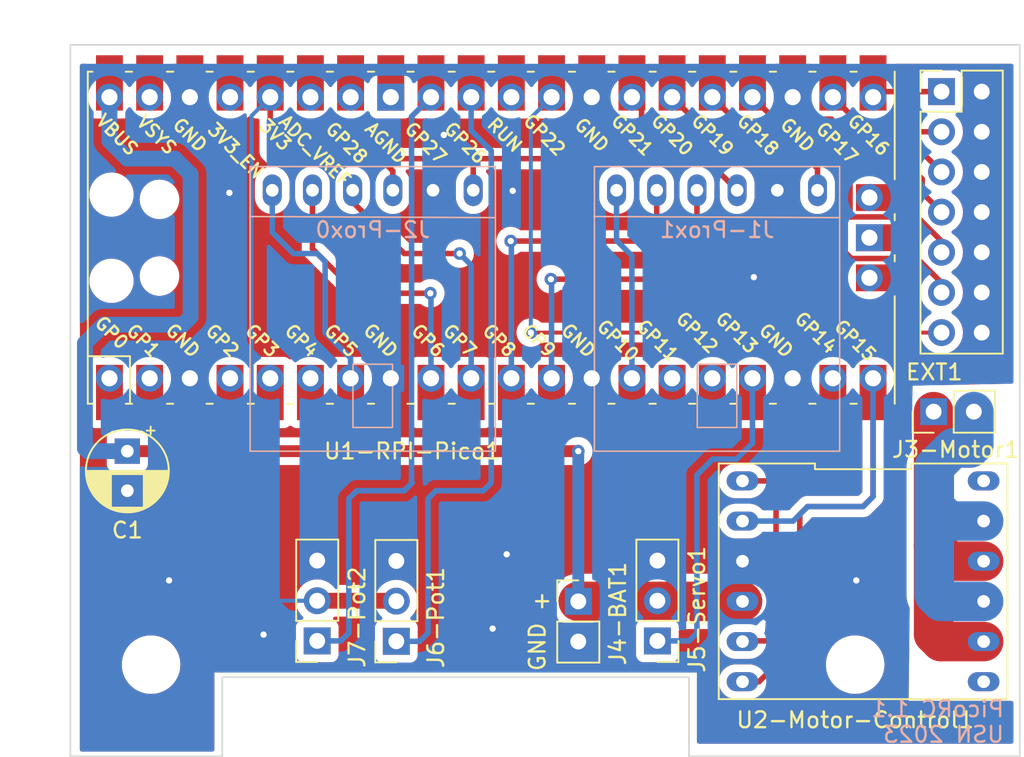
<source format=kicad_pcb>
(kicad_pcb (version 20221018) (generator pcbnew)
  (layers (0 "F.Cu" signal) (31 "B.Cu" signal) (34 "B.Paste" user) (35 "F.Paste" user) (36 "B.SilkS" user "B.Silkscreen") (37 "F.SilkS" user "F.Silkscreen") (38 "B.Mask" user) (39 "F.Mask" user) (44 "Edge.Cuts" user))
  (net 0 "")
  (net 1 "/INT0")
  (net 2 "/SDA0")
  (net 3 "/SCL0")
  (net 4 "+3.3V")
  (net 5 "GND")
  (net 6 "/INT1")
  (net 7 "/SDA1")
  (net 8 "/SCL1")
  (net 9 "/MC_2")
  (net 10 "/MC_1")
  (net 11 "+BATT")
  (net 12 "/Servo_SIGN")
  (net 13 "/ADC0")
  (net 14 "/MO2")
  (net 15 "/MO1")
  (net 24 "/ADC1")
  (net 33 "/GP16")
  (net 34 "/GP17")
  (net 35 "/GP18")
  (net 36 "/GP19")
  (net 37 "/GP20")
  (net 38 "/GP21")
  (net 39 "/GP22")
  (footprint "DRV8233_Module:DIP-12_600_ELL" (layer "F.Cu") (at 140 114.23 -90)
    (fp_text reference "U2-Motor-Control1" (at 8.77 0.5) (layer "F.SilkS"))
    (fp_text value "~")
    (pad "1" thru_hole oval (at -6.35 7.62 270) (size 1.2 2) (drill 0.8) (layers "*.Cu" "*.Mask") (net 9 "/MC_2"))
    (pad "2" thru_hole oval (at -3.81 7.62 270) (size 1.2 2) (drill 0.8) (layers "*.Cu" "*.Mask") (net 10 "/MC_1"))
    (pad "3" thru_hole oval (at -1.27 7.62 270) (size 1.2 2) (drill 0.8) (layers "*.Cu" "*.Mask") (net 5 "GND"))
    (pad "4" thru_hole oval (at 1.27 7.62 270) (size 1.2 2) (drill 0.8) (layers "*.Cu" "*.Mask") (net 11 "+BATT"))
    (pad "5" thru_hole oval (at 3.81 7.62 270) (size 1.2 2) (drill 0.8) (layers "*.Cu" "*.Mask") (net 9 "/MC_2"))
    (pad "6" thru_hole oval (at 6.35 7.62 270) (size 1.2 2) (drill 0.8) (layers "*.Cu" "*.Mask") (net 10 "/MC_1"))
    (pad "7" thru_hole oval (at 6.35 -7.62 270) (size 1.2 2) (drill 0.8) (layers "*.Cu" "*.Mask"))
    (pad "8" thru_hole oval (at 3.81 -7.62 270) (size 1.2 2) (drill 0.8) (layers "*.Cu" "*.Mask") (net 14 "/MO2"))
    (pad "9" thru_hole oval (at 1.27 -7.62 270) (size 1.2 2) (drill 0.8) (layers "*.Cu" "*.Mask") (net 15 "/MO1"))
    (pad "10" thru_hole oval (at -1.27 -7.62 270) (size 1.2 2) (drill 0.8) (layers "*.Cu" "*.Mask") (net 14 "/MO2"))
    (pad "11" thru_hole oval (at -3.81 -7.62 270) (size 1.2 2) (drill 0.8) (layers "*.Cu" "*.Mask") (net 15 "/MO1"))
    (pad "12" thru_hole oval (at -6.35 -7.62 270) (size 1.2 2) (drill 0.8) (layers "*.Cu" "*.Mask"))
  )
  (footprint "Connector_PinHeader_2.54mm:PinHeader_2x07_P2.54mm_Vertical" (layer "F.Cu") (at 144.96 83.26)
    (fp_text reference "EXT1" (at -0.46 17.74) (layer "F.SilkS"))
    (fp_text value "Ext")
    (pad "1" thru_hole rect (at 0 0) (size 1.7 1.7) (drill 1) (layers "*.Cu" "*.Mask") (net 33 "/GP16"))
    (pad "2" thru_hole oval (at 2.54 0) (size 1.7 1.7) (drill 1) (layers "*.Cu" "*.Mask") (net 5 "GND"))
    (pad "3" thru_hole oval (at 0 2.54) (size 1.7 1.7) (drill 1) (layers "*.Cu" "*.Mask") (net 34 "/GP17"))
    (pad "4" thru_hole oval (at 2.54 2.54) (size 1.7 1.7) (drill 1) (layers "*.Cu" "*.Mask") (net 5 "GND"))
    (pad "5" thru_hole oval (at 0 5.08) (size 1.7 1.7) (drill 1) (layers "*.Cu" "*.Mask") (net 35 "/GP18"))
    (pad "6" thru_hole oval (at 2.54 5.08) (size 1.7 1.7) (drill 1) (layers "*.Cu" "*.Mask") (net 5 "GND"))
    (pad "7" thru_hole oval (at 0 7.62) (size 1.7 1.7) (drill 1) (layers "*.Cu" "*.Mask") (net 36 "/GP19"))
    (pad "8" thru_hole oval (at 2.54 7.62) (size 1.7 1.7) (drill 1) (layers "*.Cu" "*.Mask") (net 5 "GND"))
    (pad "9" thru_hole oval (at 0 10.16) (size 1.7 1.7) (drill 1) (layers "*.Cu" "*.Mask") (net 37 "/GP20"))
    (pad "10" thru_hole oval (at 2.54 10.16) (size 1.7 1.7) (drill 1) (layers "*.Cu" "*.Mask") (net 5 "GND"))
    (pad "11" thru_hole oval (at 0 12.7) (size 1.7 1.7) (drill 1) (layers "*.Cu" "*.Mask") (net 38 "/GP21"))
    (pad "12" thru_hole oval (at 2.54 12.7) (size 1.7 1.7) (drill 1) (layers "*.Cu" "*.Mask") (net 5 "GND"))
    (pad "13" thru_hole oval (at 0 15.24) (size 1.7 1.7) (drill 1) (layers "*.Cu" "*.Mask") (net 39 "/GP22"))
    (pad "14" thru_hole oval (at 2.54 15.24) (size 1.7 1.7) (drill 1) (layers "*.Cu" "*.Mask") (net 5 "GND"))
  )
  (footprint "MountingHole:MountingHole_3.2mm_M3_ISO14580" (layer "F.Cu") (at 139.5 119.5)
    (fp_text reference "REF**" hide)
    (fp_text value "M3_ISO14580")
    (pad "" np_thru_hole circle (at 0 0) (size 3.2 3.2) (drill 3.2) (layers "*.Cu" "*.Mask"))
  )
  (footprint "Capacitor_THT:CP_Radial_D5.0mm_P2.50mm" (layer "F.Cu") (at 93.5 106 -90)
    (fp_text reference "C1" (at 5 0 -180) (layer "F.SilkS"))
    (fp_text value "C_Polarized_Small_US")
    (pad "1" thru_hole rect (at 0 0 270) (size 1.6 1.6) (drill 0.8) (layers "*.Cu" "*.Mask") (net 11 "+BATT"))
    (pad "2" thru_hole circle (at 2.5 0 270) (size 1.6 1.6) (drill 0.8) (layers "*.Cu" "*.Mask") (net 5 "GND"))
  )
  (footprint "Connector_PinSocket_2.54mm:PinSocket_1x03_P2.54mm_Vertical" (layer "F.Cu") (at 110.5 118.025 180)
    (fp_text reference "J6-Pot1" (at -2.5 1.5 90) (layer "F.SilkS"))
    (fp_text value "Pot")
    (pad "1" thru_hole rect (at 0 0 180) (size 1.7 1.7) (drill 1) (layers "*.Cu" "*.Mask") (net 13 "/ADC0"))
    (pad "2" thru_hole oval (at 0 2.54 180) (size 1.7 1.7) (drill 1) (layers "*.Cu" "*.Mask") (net 4 "+3.3V"))
    (pad "3" thru_hole oval (at 0 5.08 180) (size 1.7 1.7) (drill 1) (layers "*.Cu" "*.Mask") (net 5 "GND"))
  )
  (footprint "Connector_PinHeader_2.54mm:PinHeader_1x03_P2.54mm_Vertical" (layer "F.Cu") (at 127 118 180)
    (fp_text reference "J5-Servo1" (at -2.5 2 90) (layer "F.SilkS"))
    (fp_text value "Servo")
    (pad "1" thru_hole rect (at 0 0 180) (size 1.7 1.7) (drill 1) (layers "*.Cu" "*.Mask") (net 12 "/Servo_SIGN"))
    (pad "2" thru_hole oval (at 0 2.54 180) (size 1.7 1.7) (drill 1) (layers "*.Cu" "*.Mask") (net 11 "+BATT"))
    (pad "3" thru_hole oval (at 0 5.08 180) (size 1.7 1.7) (drill 1) (layers "*.Cu" "*.Mask") (net 5 "GND"))
  )
  (footprint "MountingHole:MountingHole_3.2mm_M3_ISO14580" (layer "F.Cu") (at 95 119.5)
    (fp_text reference "REF**" hide)
    (fp_text value "M3_ISO14580")
    (pad "" np_thru_hole circle (at 0 0) (size 3.2 3.2) (drill 3.2) (layers "*.Cu" "*.Mask"))
  )
  (footprint "Connector_PinHeader_2.54mm:PinHeader_1x02_P2.54mm_Vertical" (layer "F.Cu") (at 122 115.5)
    (fp_text reference "J4-BAT1" (at 2.5 0.775 90) (layer "F.SilkS"))
    (fp_text value "3.7V Battery")
    (pad "1" thru_hole rect (at 0 0) (size 1.7 1.7) (drill 1) (layers "*.Cu" "*.Mask") (net 11 "+BATT"))
    (pad "2" thru_hole oval (at 0 2.54) (size 1.7 1.7) (drill 1) (layers "*.Cu" "*.Mask") (net 5 "GND"))
  )
  (footprint "Connector_PinSocket_2.54mm:PinSocket_1x03_P2.54mm_Vertical" (layer "F.Cu") (at 105.5 118 180)
    (fp_text reference "J7-Pot2" (at -2.525 1.5 90) (layer "F.SilkS"))
    (fp_text value "Pot")
    (pad "1" thru_hole rect (at 0 0 180) (size 1.7 1.7) (drill 1) (layers "*.Cu" "*.Mask") (net 24 "/ADC1"))
    (pad "2" thru_hole oval (at 0 2.54 180) (size 1.7 1.7) (drill 1) (layers "*.Cu" "*.Mask") (net 4 "+3.3V"))
    (pad "3" thru_hole oval (at 0 5.08 180) (size 1.7 1.7) (drill 1) (layers "*.Cu" "*.Mask") (net 5 "GND"))
  )
  (footprint "Connector_PinHeader_2.54mm:PinHeader_1x02_P2.54mm_Vertical" (layer "F.Cu") (at 144.46 103.5 90)
    (fp_text reference "J3-Motor1" (at -2.4 -2.725) (layer "F.SilkS") (effects (justify left)))
    (fp_text value "DC-Motor")
    (pad "1" thru_hole rect (at 0 0 90) (size 1.7 1.7) (drill 1) (layers "*.Cu" "*.Mask") (net 14 "/MO2"))
    (pad "2" thru_hole oval (at 0 2.54 90) (size 1.7 1.7) (drill 1) (layers "*.Cu" "*.Mask") (net 15 "/MO1"))
  )
  (footprint "MCU_RaspberryPi_and_Boards:RPi_Pico_SMD_TH" (layer "F.Cu") (at 116.5 92.5 90)
    (fp_text reference "U1-RPI-Pico1" (at -13.5 -5 180) (layer "F.SilkS"))
    (fp_text value "Pico")
    (fp_text user "GP28" (at 6 -9.144 135) (layer "F.SilkS") (effects (font (size 0.8 0.8))))
    (fp_text user "GP26" (at 6 -1.65 135) (layer "F.SilkS") (effects (font (size 0.8 0.8))))
    (fp_text user "3V3_EN" (at 5.5 -16.15 135) (layer "F.SilkS") (effects (font (size 0.8 0.8))))
    (fp_text user "GND" (at 6.5 6.35 135) (layer "F.SilkS") (effects (font (size 0.8 0.8))))
    (fp_text user "AGND" (at 6 -6.65 135) (layer "F.SilkS") (effects (font (size 0.8 0.8))))
    (fp_text user "GND" (at -6.5 5.5 135) (layer "F.SilkS") (effects (font (size 0.8 0.8))))
    (fp_text user "GND" (at 6.5 19.35 135) (layer "F.SilkS") (effects (font (size 0.8 0.8))))
    (fp_text user "GP20" (at 6.5 11.43 135) (layer "F.SilkS") (effects (font (size 0.8 0.8))))
    (fp_text user "GP22" (at 6.5 3.35 135) (layer "F.SilkS") (effects (font (size 0.8 0.8))))
    (fp_text user "GP16" (at 6.5 23.85 135) (layer "F.SilkS") (effects (font (size 0.8 0.8))))
    (fp_text user "GP27" (at 6 -4.15 135) (layer "F.SilkS") (effects (font (size 0.8 0.8))))
    (fp_text user "GP6" (at -6.5 -4 135) (layer "F.SilkS") (effects (font (size 0.8 0.8))))
    (fp_text user "GP14" (at -6 20.5 135) (layer "F.SilkS") (effects (font (size 0.8 0.8))))
    (fp_text user "GP17" (at 6 21.85 135) (layer "F.SilkS") (effects (font (size 0.8 0.8))))
    (fp_text user "GP12" (at -6 13 135) (layer "F.SilkS") (effects (font (size 0.8 0.8))))
    (fp_text user "GP2" (at -6.5 -17 135) (layer "F.SilkS") (effects (font (size 0.8 0.8))))
    (fp_text user "GP11" (at -6.5 10.5 135) (layer "F.SilkS") (effects (font (size 0.8 0.8))))
    (fp_text user "GP9" (at -6.5 3 135) (layer "F.SilkS") (effects (font (size 0.8 0.8))))
    (fp_text user "GP4" (at -6.5 -12 135) (layer "F.SilkS") (effects (font (size 0.8 0.8))))
    (fp_text user "ADC_VREF" (at 5.5 -11.15 135) (layer "F.SilkS") (effects (font (size 0.8 0.8))))
    (fp_text user "GP7" (at -6.5 -2 135) (layer "F.SilkS") (effects (font (size 0.8 0.8))))
    (fp_text user "GND" (at -6.5 -19.5 135) (layer "F.SilkS") (effects (font (size 0.8 0.8))))
    (fp_text user "RUN" (at 6.5 0.85 135) (layer "F.SilkS") (effects (font (size 0.8 0.8))))
    (fp_text user "VSYS" (at 6.5 -21.15 135) (layer "F.SilkS") (effects (font (size 0.8 0.8))))
    (fp_text user "GND" (at -6.5 -7 135) (layer "F.SilkS") (effects (font (size 0.8 0.8))))
    (fp_text user "GP0" (at -6 -24 135) (layer "F.SilkS") (effects (font (size 0.8 0.8))))
    (fp_text user "VBUS" (at 6.5 -23.65 135) (layer "F.SilkS") (effects (font (size 0.8 0.8))))
    (fp_text user "GP18" (at 6.5 16.85 135) (layer "F.SilkS") (effects (font (size 0.8 0.8))))
    (fp_text user "GP3" (at -6.5 -14.5 135) (layer "F.SilkS") (effects (font (size 0.8 0.8))))
    (fp_text user "GND" (at -6.5 18 135) (layer "F.SilkS") (effects (font (size 0.8 0.8))))
    (fp_text user "GP13" (at -6 15.5 135) (layer "F.SilkS") (effects (font (size 0.8 0.8))))
    (fp_text user "GP15" (at -6.5 23 135) (layer "F.SilkS") (effects (font (size 0.8 0.8))))
    (fp_text user "GP1" (at -6.5 -22 135) (layer "F.SilkS") (effects (font (size 0.8 0.8))))
    (fp_text user "GND" (at 6.5 -19.05 135) (layer "F.SilkS") (effects (font (size 0.8 0.8))))
    (fp_text user "3V3" (at 6.5 -13.65 135) (layer "F.SilkS") (effects (font (size 0.8 0.8))))
    (fp_text user "GP8" (at -6.5 0.5 135) (layer "F.SilkS") (effects (font (size 0.8 0.8))))
    (fp_text user "GP5" (at -6.5 -9.5 135) (layer "F.SilkS") (effects (font (size 0.8 0.8))))
    (fp_text user "GP19" (at 6.5 13.97 135) (layer "F.SilkS") (effects (font (size 0.8 0.8))))
    (fp_text user "GP10" (at -6.5 8 135) (layer "F.SilkS") (effects (font (size 0.8 0.8))))
    (fp_text user "GP21" (at 6.5 8.9 135) (layer "F.SilkS") (effects (font (size 0.8 0.8))))
    (pad "" np_thru_hole oval (at -2.725 -24 90) (size 1.8 1.8) (drill 1.8) (layers "*.Cu" "*.Mask"))
    (pad "" np_thru_hole oval (at -2.425 -20.97 90) (size 1.5 1.5) (drill 1.5) (layers "*.Cu" "*.Mask"))
    (pad "" np_thru_hole oval (at 2.425 -20.97 90) (size 1.5 1.5) (drill 1.5) (layers "*.Cu" "*.Mask"))
    (pad "" np_thru_hole oval (at 2.725 -24 90) (size 1.8 1.8) (drill 1.8) (layers "*.Cu" "*.Mask"))
    (pad "1" thru_hole oval (at -8.89 -24.13 90) (size 1.7 1.7) (drill 1.02) (layers "*.Cu" "*.Mask"))
    (pad "1" smd rect (at -8.89 -24.13 90) (size 3.5 1.7) (drill (offset -0.9 0)) (layers "F.Cu" "F.Mask"))
    (pad "2" thru_hole oval (at -8.89 -21.59 90) (size 1.7 1.7) (drill 1.02) (layers "*.Cu" "*.Mask"))
    (pad "2" smd rect (at -8.89 -21.59 90) (size 3.5 1.7) (drill (offset -0.9 0)) (layers "F.Cu" "F.Mask"))
    (pad "3" thru_hole rect (at -8.89 -19.05 90) (size 1.7 1.7) (drill 1.02) (layers "*.Cu" "*.Mask") (net 5 "GND"))
    (pad "3" smd rect (at -8.89 -19.05 90) (size 3.5 1.7) (drill (offset -0.9 0)) (layers "F.Cu" "F.Mask") (net 5 "GND"))
    (pad "4" thru_hole oval (at -8.89 -16.51 90) (size 1.7 1.7) (drill 1.02) (layers "*.Cu" "*.Mask"))
    (pad "4" smd rect (at -8.89 -16.51 90) (size 3.5 1.7) (drill (offset -0.9 0)) (layers "F.Cu" "F.Mask"))
    (pad "5" thru_hole oval (at -8.89 -13.97 90) (size 1.7 1.7) (drill 1.02) (layers "*.Cu" "*.Mask"))
    (pad "5" smd rect (at -8.89 -13.97 90) (size 3.5 1.7) (drill (offset -0.9 0)) (layers "F.Cu" "F.Mask"))
    (pad "6" thru_hole oval (at -8.89 -11.43 90) (size 1.7 1.7) (drill 1.02) (layers "*.Cu" "*.Mask"))
    (pad "6" smd rect (at -8.89 -11.43 90) (size 3.5 1.7) (drill (offset -0.9 0)) (layers "F.Cu" "F.Mask"))
    (pad "7" thru_hole oval (at -8.89 -8.89 90) (size 1.7 1.7) (drill 1.02) (layers "*.Cu" "*.Mask") (net 6 "/INT1"))
    (pad "7" smd rect (at -8.89 -8.89 90) (size 3.5 1.7) (drill (offset -0.9 0)) (layers "F.Cu" "F.Mask") (net 6 "/INT1"))
    (pad "8" thru_hole rect (at -8.89 -6.35 90) (size 1.7 1.7) (drill 1.02) (layers "*.Cu" "*.Mask") (net 5 "GND"))
    (pad "8" smd rect (at -8.89 -6.35 90) (size 3.5 1.7) (drill (offset -0.9 0)) (layers "F.Cu" "F.Mask") (net 5 "GND"))
    (pad "9" thru_hole oval (at -8.89 -3.81 90) (size 1.7 1.7) (drill 1.02) (layers "*.Cu" "*.Mask") (net 7 "/SDA1"))
    (pad "9" smd rect (at -8.89 -3.81 90) (size 3.5 1.7) (drill (offset -0.9 0)) (layers "F.Cu" "F.Mask") (net 7 "/SDA1"))
    (pad "10" thru_hole oval (at -8.89 -1.27 90) (size 1.7 1.7) (drill 1.02) (layers "*.Cu" "*.Mask") (net 8 "/SCL1"))
    (pad "10" smd rect (at -8.89 -1.27 90) (size 3.5 1.7) (drill (offset -0.9 0)) (layers "F.Cu" "F.Mask") (net 8 "/SCL1"))
    (pad "11" thru_hole oval (at -8.89 1.27 90) (size 1.7 1.7) (drill 1.02) (layers "*.Cu" "*.Mask") (net 2 "/SDA0"))
    (pad "11" smd rect (at -8.89 1.27 90) (size 3.5 1.7) (drill (offset -0.9 0)) (layers "F.Cu" "F.Mask") (net 2 "/SDA0"))
    (pad "12" thru_hole oval (at -8.89 3.81 90) (size 1.7 1.7) (drill 1.02) (layers "*.Cu" "*.Mask") (net 3 "/SCL0"))
    (pad "12" smd rect (at -8.89 3.81 90) (size 3.5 1.7) (drill (offset -0.9 0)) (layers "F.Cu" "F.Mask") (net 3 "/SCL0"))
    (pad "13" thru_hole rect (at -8.89 6.35 90) (size 1.7 1.7) (drill 1.02) (layers "*.Cu" "*.Mask") (net 5 "GND"))
    (pad "13" smd rect (at -8.89 6.35 90) (size 3.5 1.7) (drill (offset -0.9 0)) (layers "F.Cu" "F.Mask") (net 5 "GND"))
    (pad "14" thru_hole oval (at -8.89 8.89 90) (size 1.7 1.7) (drill 1.02) (layers "*.Cu" "*.Mask") (net 1 "/INT0"))
    (pad "14" smd rect (at -8.89 8.89 90) (size 3.5 1.7) (drill (offset -0.9 0)) (layers "F.Cu" "F.Mask") (net 1 "/INT0"))
    (pad "15" thru_hole oval (at -8.89 11.43 90) (size 1.7 1.7) (drill 1.02) (layers "*.Cu" "*.Mask"))
    (pad "15" smd rect (at -8.89 11.43 90) (size 3.5 1.7) (drill (offset -0.9 0)) (layers "F.Cu" "F.Mask"))
    (pad "16" thru_hole oval (at -8.89 13.97 90) (size 1.7 1.7) (drill 1.02) (layers "*.Cu" "*.Mask"))
    (pad "16" smd rect (at -8.89 13.97 90) (size 3.5 1.7) (drill (offset -0.9 0)) (layers "F.Cu" "F.Mask"))
    (pad "17" thru_hole oval (at -8.89 16.51 90) (size 1.7 1.7) (drill 1.02) (layers "*.Cu" "*.Mask") (net 12 "/Servo_SIGN"))
    (pad "17" smd rect (at -8.89 16.51 90) (size 3.5 1.7) (drill (offset -0.9 0)) (layers "F.Cu" "F.Mask") (net 12 "/Servo_SIGN"))
    (pad "18" thru_hole rect (at -8.89 19.05 90) (size 1.7 1.7) (drill 1.02) (layers "*.Cu" "*.Mask") (net 5 "GND"))
    (pad "18" smd rect (at -8.89 19.05 90) (size 3.5 1.7) (drill (offset -0.9 0)) (layers "F.Cu" "F.Mask") (net 5 "GND"))
    (pad "19" thru_hole oval (at -8.89 21.59 90) (size 1.7 1.7) (drill 1.02) (layers "*.Cu" "*.Mask") (net 9 "/MC_2"))
    (pad "19" smd rect (at -8.89 21.59 90) (size 3.5 1.7) (drill (offset -0.9 0)) (layers "F.Cu" "F.Mask") (net 9 "/MC_2"))
    (pad "20" thru_hole oval (at -8.89 24.13 90) (size 1.7 1.7) (drill 1.02) (layers "*.Cu" "*.Mask") (net 10 "/MC_1"))
    (pad "20" smd rect (at -8.89 24.13 90) (size 3.5 1.7) (drill (offset -0.9 0)) (layers "F.Cu" "F.Mask") (net 10 "/MC_1"))
    (pad "21" thru_hole oval (at 8.89 24.13 90) (size 1.7 1.7) (drill 1.02) (layers "*.Cu" "*.Mask") (net 33 "/GP16"))
    (pad "21" smd rect (at 8.89 24.13 90) (size 3.5 1.7) (drill (offset 0.9 0)) (layers "F.Cu" "F.Mask") (net 33 "/GP16"))
    (pad "22" thru_hole oval (at 8.89 21.59 90) (size 1.7 1.7) (drill 1.02) (layers "*.Cu" "*.Mask") (net 34 "/GP17"))
    (pad "22" smd rect (at 8.89 21.59 90) (size 3.5 1.7) (drill (offset 0.9 0)) (layers "F.Cu" "F.Mask") (net 34 "/GP17"))
    (pad "23" thru_hole rect (at 8.89 19.05 90) (size 1.7 1.7) (drill 1.02) (layers "*.Cu" "*.Mask") (net 5 "GND"))
    (pad "23" smd rect (at 8.89 19.05 90) (size 3.5 1.7) (drill (offset 0.9 0)) (layers "F.Cu" "F.Mask") (net 5 "GND"))
    (pad "24" thru_hole oval (at 8.89 16.51 90) (size 1.7 1.7) (drill 1.02) (layers "*.Cu" "*.Mask") (net 35 "/GP18"))
    (pad "24" smd rect (at 8.89 16.51 90) (size 3.5 1.7) (drill (offset 0.9 0)) (layers "F.Cu" "F.Mask") (net 35 "/GP18"))
    (pad "25" thru_hole oval (at 8.89 13.97 90) (size 1.7 1.7) (drill 1.02) (layers "*.Cu" "*.Mask") (net 36 "/GP19"))
    (pad "25" smd rect (at 8.89 13.97 90) (size 3.5 1.7) (drill (offset 0.9 0)) (layers "F.Cu" "F.Mask") (net 36 "/GP19"))
    (pad "26" thru_hole oval (at 8.89 11.43 90) (size 1.7 1.7) (drill 1.02) (layers "*.Cu" "*.Mask") (net 37 "/GP20"))
    (pad "26" smd rect (at 8.89 11.43 90) (size 3.5 1.7) (drill (offset 0.9 0)) (layers "F.Cu" "F.Mask") (net 37 "/GP20"))
    (pad "27" thru_hole oval (at 8.89 8.89 90) (size 1.7 1.7) (drill 1.02) (layers "*.Cu" "*.Mask") (net 38 "/GP21"))
    (pad "27" smd rect (at 8.89 8.89 90) (size 3.5 1.7) (drill (offset 0.9 0)) (layers "F.Cu" "F.Mask") (net 38 "/GP21"))
    (pad "28" thru_hole rect (at 8.89 6.35 90) (size 1.7 1.7) (drill 1.02) (layers "*.Cu" "*.Mask") (net 5 "GND"))
    (pad "28" smd rect (at 8.89 6.35 90) (size 3.5 1.7) (drill (offset 0.9 0)) (layers "F.Cu" "F.Mask") (net 5 "GND"))
    (pad "29" thru_hole oval (at 8.89 3.81 90) (size 1.7 1.7) (drill 1.02) (layers "*.Cu" "*.Mask") (net 39 "/GP22"))
    (pad "29" smd rect (at 8.89 3.81 90) (size 3.5 1.7) (drill (offset 0.9 0)) (layers "F.Cu" "F.Mask") (net 39 "/GP22"))
    (pad "30" thru_hole oval (at 8.89 1.27 90) (size 1.7 1.7) (drill 1.02) (layers "*.Cu" "*.Mask"))
    (pad "30" smd rect (at 8.89 1.27 90) (size 3.5 1.7) (drill (offset 0.9 0)) (layers "F.Cu" "F.Mask"))
    (pad "31" thru_hole oval (at 8.89 -1.27 90) (size 1.7 1.7) (drill 1.02) (layers "*.Cu" "*.Mask") (net 13 "/ADC0"))
    (pad "31" smd rect (at 8.89 -1.27 90) (size 3.5 1.7) (drill (offset 0.9 0)) (layers "F.Cu" "F.Mask") (net 13 "/ADC0"))
    (pad "32" thru_hole oval (at 8.89 -3.81 90) (size 1.7 1.7) (drill 1.02) (layers "*.Cu" "*.Mask") (net 24 "/ADC1"))
    (pad "32" smd rect (at 8.89 -3.81 90) (size 3.5 1.7) (drill (offset 0.9 0)) (layers "F.Cu" "F.Mask") (net 24 "/ADC1"))
    (pad "33" thru_hole rect (at 8.89 -6.35 90) (size 1.7 1.7) (drill 1.02) (layers "*.Cu" "*.Mask"))
    (pad "33" smd rect (at 8.89 -6.35 90) (size 3.5 1.7) (drill (offset 0.9 0)) (layers "F.Cu" "F.Mask"))
    (pad "34" thru_hole oval (at 8.89 -8.89 90) (size 1.7 1.7) (drill 1.02) (layers "*.Cu" "*.Mask"))
    (pad "34" smd rect (at 8.89 -8.89 90) (size 3.5 1.7) (drill (offset 0.9 0)) (layers "F.Cu" "F.Mask"))
    (pad "35" thru_hole oval (at 8.89 -11.43 90) (size 1.7 1.7) (drill 1.02) (layers "*.Cu" "*.Mask"))
    (pad "35" smd rect (at 8.89 -11.43 90) (size 3.5 1.7) (drill (offset 0.9 0)) (layers "F.Cu" "F.Mask"))
    (pad "36" thru_hole oval (at 8.89 -13.97 90) (size 1.7 1.7) (drill 1.02) (layers "*.Cu" "*.Mask") (net 4 "+3.3V"))
    (pad "36" smd rect (at 8.89 -13.97 90) (size 3.5 1.7) (drill (offset 0.9 0)) (layers "F.Cu" "F.Mask") (net 4 "+3.3V"))
    (pad "37" thru_hole oval (at 8.89 -16.51 90) (size 1.7 1.7) (drill 1.02) (layers "*.Cu" "*.Mask"))
    (pad "37" smd rect (at 8.89 -16.51 90) (size 3.5 1.7) (drill (offset 0.9 0)) (layers "F.Cu" "F.Mask"))
    (pad "38" thru_hole rect (at 8.89 -19.05 90) (size 1.7 1.7) (drill 1.02) (layers "*.Cu" "*.Mask") (net 5 "GND"))
    (pad "38" smd rect (at 8.89 -19.05 90) (size 3.5 1.7) (drill (offset 0.9 0)) (layers "F.Cu" "F.Mask") (net 5 "GND"))
    (pad "39" thru_hole oval (at 8.89 -21.59 90) (size 1.7 1.7) (drill 1.02) (layers "*.Cu" "*.Mask"))
    (pad "39" smd rect (at 8.89 -21.59 90) (size 3.5 1.7) (drill (offset 0.9 0)) (layers "F.Cu" "F.Mask"))
    (pad "40" thru_hole oval (at 8.89 -24.13 90) (size 1.7 1.7) (drill 1.02) (layers "*.Cu" "*.Mask") (net 11 "+BATT"))
    (pad "40" smd rect (at 8.89 -24.13 90) (size 3.5 1.7) (drill (offset 0.9 0)) (layers "F.Cu" "F.Mask") (net 11 "+BATT"))
    (pad "41" thru_hole oval (at -2.54 23.9 90) (size 1.7 1.7) (drill 1.02) (layers "*.Cu" "*.Mask"))
    (pad "41" smd rect (at -2.54 23.9 180) (size 3.5 1.7) (drill (offset -0.9 0)) (layers "F.Cu" "F.Mask"))
    (pad "42" thru_hole rect (at 0 23.9 90) (size 1.7 1.7) (drill 1.02) (layers "*.Cu" "*.Mask"))
    (pad "42" smd rect (at 0 23.9 180) (size 3.5 1.7) (drill (offset -0.9 0)) (layers "F.Cu" "F.Mask"))
    (pad "43" thru_hole oval (at 2.54 23.9 90) (size 1.7 1.7) (drill 1.02) (layers "*.Cu" "*.Mask"))
    (pad "43" smd rect (at 2.54 23.9 180) (size 3.5 1.7) (drill (offset -0.9 0)) (layers "F.Cu" "F.Mask"))
  )
  (footprint "ADPS9960:SIP-6" (layer "B.Cu") (at 109.01 89.5 180)
    (fp_text reference "J2-Prox0" (at 0 -2.5) (layer "B.SilkS") (effects (justify mirror)))
    (fp_text value "I2C_CH1")
    (pad "1" thru_hole oval (at 6.35 0 180) (size 1.2 2) (drill 0.8) (layers "*.Cu" "*.Mask") (net 6 "/INT1"))
    (pad "2" thru_hole oval (at 3.81 0 180) (size 1.2 2) (drill 0.8) (layers "*.Cu" "*.Mask") (net 7 "/SDA1"))
    (pad "3" thru_hole oval (at 1.27 0 180) (size 1.2 2) (drill 0.8) (layers "*.Cu" "*.Mask") (net 8 "/SCL1"))
    (pad "4" thru_hole oval (at -1.27 0 180) (size 1.2 2) (drill 0.8) (layers "*.Cu" "*.Mask") (net 4 "+3.3V"))
    (pad "5" thru_hole oval (at -3.81 0 180) (size 1.2 2) (drill 0.8) (layers "*.Cu" "*.Mask") (net 5 "GND"))
    (pad "6" thru_hole oval (at -6.35 0 180) (size 1.2 2) (drill 0.8) (layers "*.Cu" "*.Mask") (net 4 "+3.3V"))
  )
  (footprint "ADPS9960:SIP-6" (layer "B.Cu") (at 130.77 89.5 180)
    (fp_text reference "J1-Prox1" (at 0 -2.5) (layer "B.SilkS") (effects (justify mirror)))
    (fp_text value "I2C_CH0")
    (pad "1" thru_hole oval (at 6.35 0 180) (size 1.2 2) (drill 0.8) (layers "*.Cu" "*.Mask") (net 1 "/INT0"))
    (pad "2" thru_hole oval (at 3.81 0 180) (size 1.2 2) (drill 0.8) (layers "*.Cu" "*.Mask") (net 2 "/SDA0"))
    (pad "3" thru_hole oval (at 1.27 0 180) (size 1.2 2) (drill 0.8) (layers "*.Cu" "*.Mask") (net 3 "/SCL0"))
    (pad "4" thru_hole oval (at -1.27 0 180) (size 1.2 2) (drill 0.8) (layers "*.Cu" "*.Mask") (net 4 "+3.3V"))
    (pad "5" thru_hole oval (at -3.81 0 180) (size 1.2 2) (drill 0.8) (layers "*.Cu" "*.Mask") (net 5 "GND"))
    (pad "6" thru_hole oval (at -6.35 0 180) (size 1.2 2) (drill 0.8) (layers "*.Cu" "*.Mask") (net 4 "+3.3V"))
  )
  (gr_line (start 99.5 125.3) (end 89.9 125.3) (stroke (width 0.1)) (layer "Edge.Cuts"))
  (gr_line (start 89.9 80.3) (end 149.9 80.3) (stroke (width 0.1)) (layer "Edge.Cuts"))
  (gr_line (start 99.5 120.3) (end 99.5 125.3) (stroke (width 0.1)) (layer "Edge.Cuts"))
  (gr_line (start 149.9 80.3) (end 149.9 120.3) (stroke (width 0.1)) (layer "Edge.Cuts"))
  (gr_line (start 149.9 120.3) (end 149.9 125.3) (stroke (width 0.1)) (layer "Edge.Cuts"))
  (gr_line (start 149 125.3) (end 129 125.3) (stroke (width 0.1)) (layer "Edge.Cuts"))
  (gr_line (start 129 120.3) (end 99.5 120.3) (stroke (width 0.1)) (layer "Edge.Cuts"))
  (gr_line (start 149.9 125.3) (end 149 125.3) (stroke (width 0.1)) (layer "Edge.Cuts"))
  (gr_line (start 129 125.3) (end 129 120.3) (stroke (width 0.1)) (layer "Edge.Cuts"))
  (gr_line (start 89.9 125.3) (end 89.9 80.3) (stroke (width 0.1)) (layer "Edge.Cuts"))
  (gr_text "PicoRC 1.1\nUSN 2023" (at 149 124.5) (layer "B.SilkS") (effects (font (size 1 1)) (justify left bottom mirror)))
  (gr_text "GND" (at 120 120 90) (layer "F.SilkS") (effects (font (size 1 1)) (justify left bottom)))
  (gr_text "+" (at 119 116) (layer "F.SilkS") (effects (font (size 1 1)) (justify left bottom)))
  (segment (start 125.39 93.64) (end 124.42 92.67) (width 0.35) (layer "B.Cu") (net 1))
  (segment (start 125.39 101.39) (end 125.39 93.64) (width 0.35) (layer "B.Cu") (net 1))
  (segment (start 124.42 92.67) (end 124.42 89.5) (width 0.35) (layer "B.Cu") (net 1))
  (segment (start 126.96 91.861) (end 126.111 92.71) (width 0.35) (layer "F.Cu") (net 2))
  (segment (start 126.96 89.5) (end 126.96 91.861) (width 0.35) (layer "F.Cu") (net 2))
  (segment (start 126.111 92.71) (end 117.729 92.71) (width 0.35) (layer "F.Cu") (net 2))
  (via (at 117.729 92.71) (size 0.8) (drill 0.4) (layers "F.Cu" "B.Cu") (net 2))
  (segment (start 117.729 92.71) (end 117.77 92.751) (width 0.35) (layer "B.Cu") (net 2))
  (segment (start 117.77 92.751) (end 117.77 101.39) (width 0.35) (layer "B.Cu") (net 2))
  (segment (start 129.5 92) (end 126.377 95.123) (width 0.35) (layer "F.Cu") (net 3))
  (segment (start 126.377 95.123) (end 120.269 95.123) (width 0.35) (layer "F.Cu") (net 3))
  (segment (start 129.5 92) (end 129.5 89.5) (width 0.35) (layer "F.Cu") (net 3))
  (via (at 120.269 95.123) (size 0.8) (drill 0.4) (layers "F.Cu" "B.Cu") (net 3))
  (segment (start 120.31 95.164) (end 120.31 101.39) (width 0.35) (layer "B.Cu") (net 3))
  (segment (start 120.269 95.123) (end 120.31 95.164) (width 0.35) (layer "B.Cu") (net 3))
  (segment (start 130.04 87.5) (end 115 87.5) (width 0.35) (layer "F.Cu") (net 4))
  (segment (start 109 87.5) (end 115 87.5) (width 0.35) (layer "F.Cu") (net 4))
  (segment (start 110.28 88.28) (end 109.5 87.5) (width 0.35) (layer "F.Cu") (net 4))
  (segment (start 110.475 115.46) (end 110.5 115.485) (width 1) (layer "F.Cu") (net 4))
  (segment (start 102.53 83.61) (end 102.53 87) (width 0.35) (layer "F.Cu") (net 4))
  (segment (start 110.28 89.5) (end 110.28 88.28) (width 0.35) (layer "F.Cu") (net 4))
  (segment (start 115.36 87.86) (end 115 87.5) (width 0.35) (layer "F.Cu") (net 4))
  (segment (start 109.5 87.5) (end 109 87.5) (width 0.35) (layer "F.Cu") (net 4))
  (segment (start 102.53 87) (end 102.53 87.03) (width 0.35) (layer "F.Cu") (net 4))
  (segment (start 137.12 88.12) (end 136.5 87.5) (width 0.35) (layer "F.Cu") (net 4))
  (segment (start 137.12 89.5) (end 137.12 88.12) (width 0.35) (layer "F.Cu") (net 4))
  (segment (start 115.36 89.5) (end 115.36 87.86) (width 0.35) (layer "F.Cu") (net 4))
  (segment (start 107 87.5) (end 109 87.5) (width 0.35) (layer "F.Cu") (net 4))
  (segment (start 136.5 87.5) (end 130.04 87.5) (width 0.35) (layer "F.Cu") (net 4))
  (segment (start 103 87.5) (end 107 87.5) (width 0.35) (layer "F.Cu") (net 4))
  (segment (start 132.04 89.5) (end 130.04 87.5) (width 0.35) (layer "F.Cu") (net 4))
  (segment (start 105.5 115.46) (end 110.475 115.46) (width 1) (layer "F.Cu") (net 4))
  (segment (start 102.53 87.03) (end 103 87.5) (width 0.35) (layer "F.Cu") (net 4))
  (segment (start 105.5 115.46) (end 104.03 115.46) (width 0.25) (layer "B.Cu") (net 4))
  (segment (start 101.355 84.785) (end 102.53 83.61) (width 0.25) (layer "B.Cu") (net 4))
  (segment (start 105.5 115.46) (end 101.998 115.46) (width 0.25) (layer "B.Cu") (net 4))
  (segment (start 101.355 114.817) (end 101.355 84.785) (width 0.25) (layer "B.Cu") (net 4))
  (segment (start 101.998 115.46) (end 101.355 114.817) (width 0.25) (layer "B.Cu") (net 4))
  (via (at 96.139 114.173) (size 0.8) (drill 0.4) (layers "F.Cu" "B.Cu") (net 5))
  (via (at 116.586 117.221) (size 0.8) (drill 0.4) (layers "F.Cu" "B.Cu") (net 5))
  (via (at 113.5 86) (size 0.8) (drill 0.4) (layers "F.Cu" "B.Cu") (net 5))
  (via (at 117.856 89.535) (size 0.8) (drill 0.4) (layers "F.Cu" "B.Cu") (net 5))
  (via (at 133.096 94.996) (size 0.8) (drill 0.4) (layers "F.Cu" "B.Cu") (net 5))
  (via (at 99.949 89.662) (size 0.8) (drill 0.4) (layers "F.Cu" "B.Cu") (net 5))
  (via (at 102.108 117.602) (size 0.8) (drill 0.4) (layers "F.Cu" "B.Cu") (net 5))
  (via (at 117.475 112.522) (size 0.8) (drill 0.4) (layers "F.Cu" "B.Cu") (net 5))
  (via (at 139.573 114.173) (size 0.8) (drill 0.4) (layers "F.Cu" "B.Cu") (net 5))
  (segment (start 112.69 89.63) (end 112.82 89.5) (width 0.35) (layer "B.Cu") (net 5))
  (segment (start 105.5 93.5) (end 104 93.5) (width 0.35) (layer "B.Cu") (net 6))
  (segment (start 106 94) (end 105.5 93.5) (width 0.35) (layer "B.Cu") (net 6))
  (segment (start 107.61 100.11) (end 106 98.5) (width 0.35) (layer "B.Cu") (net 6))
  (segment (start 104 93.5) (end 102.66 92.16) (width 0.35) (layer "B.Cu") (net 6))
  (segment (start 102.66 92.16) (end 102.66 89.5) (width 0.35) (layer "B.Cu") (net 6))
  (segment (start 106 98.5) (end 106 94) (width 0.35) (layer "B.Cu") (net 6))
  (segment (start 107.61 101.39) (end 107.61 100.11) (width 0.35) (layer "B.Cu") (net 6))
  (segment (start 112.649 96.012) (end 108.012 96.012) (width 0.35) (layer "F.Cu") (net 7))
  (segment (start 108.012 96.012) (end 105.2 93.2) (width 0.35) (layer "F.Cu") (net 7))
  (segment (start 105.2 93.2) (end 105.2 89.5) (width 0.35) (layer "F.Cu") (net 7))
  (via (at 112.649 96.012) (size 0.8) (drill 0.4) (layers "F.Cu" "B.Cu") (net 7))
  (segment (start 112.69 96.053) (end 112.69 101.39) (width 0.35) (layer "B.Cu") (net 7))
  (segment (start 112.649 96.012) (end 112.69 96.053) (width 0.35) (layer "B.Cu") (net 7))
  (segment (start 107.74 90.24) (end 111 93.5) (width 0.35) (layer "F.Cu") (net 8))
  (segment (start 111 93.5) (end 114.5 93.5) (width 0.35) (layer "F.Cu") (net 8))
  (segment (start 107.74 89.5) (end 107.74 90.24) (width 0.35) (layer "F.Cu") (net 8))
  (via (at 114.5 93.5) (size 0.8) (drill 0.4) (layers "F.Cu" "B.Cu") (net 8))
  (segment (start 115.23 101.39) (end 115.23 94.23) (width 0.35) (layer "B.Cu") (net 8))
  (segment (start 115.23 94.23) (end 114.5 93.5) (width 0.35) (layer "B.Cu") (net 8))
  (segment (start 134 118) (end 134.5 117.5) (width 0.35) (layer "F.Cu") (net 9))
  (segment (start 132.46 118.04) (end 132.5 118) (width 0.35) (layer "F.Cu") (net 9))
  (segment (start 138.09 107) (end 138.09 101.39) (width 0.35) (layer "F.Cu") (net 9))
  (segment (start 134.5 117.5) (end 134.5 108.38) (width 0.35) (layer "F.Cu") (net 9))
  (segment (start 134.5 108.38) (end 135 107.88) (width 0.35) (layer "F.Cu") (net 9))
  (segment (start 132.38 118.04) (end 132.46 118.04) (width 0.35) (layer "F.Cu") (net 9))
  (segment (start 132.5 118) (end 134 118) (width 0.35) (layer "F.Cu") (net 9))
  (segment (start 132.38 107.88) (end 135 107.88) (width 0.35) (layer "F.Cu") (net 9))
  (segment (start 135 107.88) (end 137.21 107.88) (width 0.35) (layer "F.Cu") (net 9))
  (segment (start 137.21 107.88) (end 138.09 107) (width 0.35) (layer "F.Cu") (net 9))
  (segment (start 136 110) (end 136.5 109.5) (width 0.35) (layer "F.Cu") (net 10))
  (segment (start 136.5 109.5) (end 140 109.5) (width 0.35) (layer "F.Cu") (net 10))
  (segment (start 132.38 120.58) (end 133.42 120.58) (width 0.35) (layer "F.Cu") (net 10))
  (segment (start 140 109.5) (end 140.63 108.87) (width 0.35) (layer "F.Cu") (net 10))
  (segment (start 140.63 108.87) (end 140.63 101.39) (width 0.35) (layer "F.Cu") (net 10))
  (segment (start 133.42 120.58) (end 136 118) (width 0.35) (layer "F.Cu") (net 10))
  (segment (start 136 118) (end 136 110) (width 0.35) (layer "F.Cu") (net 10))
  (segment (start 136.5 109.5) (end 140 109.5) (width 0.35) (layer "B.Cu") (net 10))
  (segment (start 132.38 110.42) (end 135.58 110.42) (width 0.35) (layer "B.Cu") (net 10))
  (segment (start 140 109.5) (end 140.63 108.87) (width 0.35) (layer "B.Cu") (net 10))
  (segment (start 140.63 108.87) (end 140.63 101.39) (width 0.35) (layer "B.Cu") (net 10))
  (segment (start 135.58 110.42) (end 136.5 109.5) (width 0.35) (layer "B.Cu") (net 10))
  (segment (start 126.96 115.5) (end 132.38 115.5) (width 2.5) (layer "F.Cu") (net 11))
  (segment (start 122 106) (end 95.37 106) (width 0.75) (layer "F.Cu") (net 11))
  (segment (start 122 115.5) (end 126.96 115.5) (width 2.5) (layer "F.Cu") (net 11))
  (segment (start 95.37 106) (end 93.5 106) (width 0.75) (layer "F.Cu") (net 11))
  (via (at 122 106) (size 0.8) (drill 0.4) (layers "F.Cu" "B.Cu") (net 11))
  (segment (start 92 98) (end 97 98) (width 1) (layer "B.Cu") (net 11))
  (segment (start 97.5 97.5) (end 97.5 88.5) (width 1) (layer "B.Cu") (net 11))
  (segment (start 96.5 87.5) (end 93.5 87.5) (width 1) (layer "B.Cu") (net 11))
  (segment (start 93.5 106) (end 91 106) (width 1) (layer "B.Cu") (net 11))
  (segment (start 91 106) (end 90.82 105.82) (width 1) (layer "B.Cu") (net 11))
  (segment (start 93.5 87.5) (end 92.37 86.37) (width 1) (layer "B.Cu") (net 11))
  (segment (start 92.37 86.37) (end 92.37 83.61) (width 1) (layer "B.Cu") (net 11))
  (segment (start 97.5 88.5) (end 96.5 87.5) (width 1) (layer "B.Cu") (net 11))
  (segment (start 122 115.5) (end 122 106) (width 0.75) (layer "B.Cu") (net 11))
  (segment (start 90.82 99.18) (end 92 98) (width 1) (layer "B.Cu") (net 11))
  (segment (start 90.82 105.82) (end 90.82 99.18) (width 1) (layer "B.Cu") (net 11))
  (segment (start 97 98) (end 97.5 97.5) (width 1) (layer "B.Cu") (net 11))
  (segment (start 129.5 107.5) (end 130.5 106.5) (width 0.35) (layer "B.Cu") (net 12))
  (segment (start 133.01 105.49) (end 133.01 101.39) (width 0.35) (layer "B.Cu") (net 12))
  (segment (start 129 118) (end 129.5 117.5) (width 0.35) (layer "B.Cu") (net 12))
  (segment (start 127 118) (end 129 118) (width 0.35) (layer "B.Cu") (net 12))
  (segment (start 130.5 106.5) (end 132 106.5) (width 0.35) (layer "B.Cu") (net 12))
  (segment (start 129.5 117.5) (end 129.5 107.5) (width 0.35) (layer "B.Cu") (net 12))
  (segment (start 132 106.5) (end 133.01 105.49) (width 0.35) (layer "B.Cu") (net 12))
  (segment (start 115.23 85.73) (end 115.23 83.61) (width 0.35) (layer "B.Cu") (net 13))
  (segment (start 111.975 118.025) (end 112.5 117.5) (width 0.35) (layer "B.Cu") (net 13))
  (segment (start 116 108.5) (end 116.5 108) (width 0.35) (layer "B.Cu") (net 13))
  (segment (start 112.5 109) (end 113 108.5) (width 0.35) (layer "B.Cu") (net 13))
  (segment (start 113 108.5) (end 116 108.5) (width 0.35) (layer "B.Cu") (net 13))
  (segment (start 116.5 108) (end 116.5 87) (width 0.35) (layer "B.Cu") (net 13))
  (segment (start 116.5 87) (end 115.23 85.73) (width 0.35) (layer "B.Cu") (net 13))
  (segment (start 112.5 117.5) (end 112.5 109) (width 0.35) (layer "B.Cu") (net 13))
  (segment (start 110.5 118.025) (end 111.975 118.025) (width 0.35) (layer "B.Cu") (net 13))
  (segment (start 145.46 112.96) (end 144.46 111.96) (width 2.5) (layer "F.Cu") (net 14))
  (segment (start 144.92 118.04) (end 144.46 117.58) (width 2.5) (layer "F.Cu") (net 14))
  (segment (start 144.46 111.96) (end 144.46 103.5) (width 2.5) (layer "F.Cu") (net 14))
  (segment (start 147.62 112.96) (end 145.46 112.96) (width 2.5) (layer "F.Cu") (net 14))
  (segment (start 147.62 118.04) (end 144.92 118.04) (width 2.5) (layer "F.Cu") (net 14))
  (segment (start 144.46 117.58) (end 144.46 111.96) (width 2.5) (layer "F.Cu") (net 14))
  (segment (start 144.92 115.5) (end 144.5 115.08) (width 2.5) (layer "B.Cu") (net 15))
  (segment (start 146.76 105.8) (end 147 105.56) (width 2.5) (layer "B.Cu") (net 15))
  (segment (start 145.42 110.42) (end 144.5 109.5) (width 2.5) (layer "B.Cu") (net 15))
  (segment (start 147.62 110.42) (end 145.42 110.42) (width 2.5) (layer "B.Cu") (net 15))
  (segment (start 144.5 115.08) (end 144.5 109.5) (width 2.5) (layer "B.Cu") (net 15))
  (segment (start 147 105.56) (end 147 103.5) (width 2.5) (layer "B.Cu") (net 15))
  (segment (start 145.7 105.8) (end 146.76 105.8) (width 2.5) (layer "B.Cu") (net 15))
  (segment (start 147.62 115.5) (end 144.92 115.5) (width 2.5) (layer "B.Cu") (net 15))
  (segment (start 144.5 107) (end 145.7 105.8) (width 2.5) (layer "B.Cu") (net 15))
  (segment (start 144.5 109.5) (end 144.5 107) (width 2.5) (layer "B.Cu") (net 15))
  (segment (start 111.515 84.785) (end 112.69 83.61) (width 0.25) (layer "B.Cu") (net 24))
  (segment (start 105.5 118) (end 107 118) (width 0.35) (layer "B.Cu") (net 24))
  (segment (start 111.465 84.835) (end 112.69 83.61) (width 0.35) (layer "B.Cu") (net 24))
  (segment (start 111 108.5) (end 111.5 108) (width 0.35) (layer "B.Cu") (net 24))
  (segment (start 108 108.5) (end 111 108.5) (width 0.35) (layer "B.Cu") (net 24))
  (segment (start 107.5 109) (end 108 108.5) (width 0.35) (layer "B.Cu") (net 24))
  (segment (start 111.465 107.965) (end 111.465 84.835) (width 0.35) (layer "B.Cu") (net 24))
  (segment (start 107.5 117.5) (end 107.5 109) (width 0.35) (layer "B.Cu") (net 24))
  (segment (start 107 118) (end 107.5 117.5) (width 0.35) (layer "B.Cu") (net 24))
  (segment (start 111.5 108) (end 111.465 107.965) (width 0.35) (layer "B.Cu") (net 24))
  (segment (start 144.96 83.26) (end 140.98 83.26) (width 0.35) (layer "F.Cu") (net 33))
  (segment (start 140.98 83.26) (end 140.63 83.61) (width 0.35) (layer "F.Cu") (net 33))
  (segment (start 144.96 85.8) (end 140.28 85.8) (width 0.35) (layer "F.Cu") (net 34))
  (segment (start 140.28 85.8) (end 138.09 83.61) (width 0.35) (layer "F.Cu") (net 34))
  (segment (start 138 85) (end 134.4 85) (width 0.35) (layer "F.Cu") (net 35))
  (segment (start 134.4 85) (end 133.01 83.61) (width 0.35) (layer "F.Cu") (net 35))
  (segment (start 143.12 86.5) (end 139.5 86.5) (width 0.35) (layer "F.Cu") (net 35))
  (segment (start 139.5 86.5) (end 138 85) (width 0.35) (layer "F.Cu") (net 35))
  (segment (start 144.96 88.34) (end 143.12 86.5) (width 0.35) (layer "F.Cu") (net 35))
  (segment (start 139 87.05) (end 137.5 85.55) (width 0.35) (layer "F.Cu") (net 36))
  (segment (start 144.96 90.88) (end 143.735 89.655) (width 0.35) (layer "F.Cu") (net 36))
  (segment (start 132.41 85.55) (end 130.47 83.61) (width 0.35) (layer "F.Cu") (net 36))
  (segment (start 142 87.05) (end 139 87.05) (width 0.35) (layer "F.Cu") (net 36))
  (segment (start 143.735 89.655) (end 143.735 88.785) (width 0.35) (layer "F.Cu") (net 36))
  (segment (start 143.735 88.785) (end 142 87.05) (width 0.35) (layer "F.Cu") (net 36))
  (segment (start 137.5 85.55) (end 132.41 85.55) (width 0.35) (layer "F.Cu") (net 36))
  (segment (start 139.175 91.185) (end 139.175 88.175) (width 0.35) (layer "F.Cu") (net 37))
  (segment (start 130.42 86.1) (end 127.93 83.61) (width 0.35) (layer "F.Cu") (net 37))
  (segment (start 144.96 93.42) (end 144.96 92.72) (width 0.35) (layer "F.Cu") (net 37))
  (segment (start 139.175 88.175) (end 137.1 86.1) (width 0.35) (layer "F.Cu") (net 37))
  (segment (start 144.96 92.72) (end 143.425 91.185) (width 0.35) (layer "F.Cu") (net 37))
  (segment (start 143.425 91.185) (end 139.175 91.185) (width 0.35) (layer "F.Cu") (net 37))
  (segment (start 137.1 86.1) (end 130.42 86.1) (width 0.35) (layer "F.Cu") (net 37))
  (segment (start 144.96 95.96) (end 144.96 95.35) (width 0.35) (layer "F.Cu") (net 38))
  (segment (start 126 84.22) (end 125.39 83.61) (width 0.35) (layer "F.Cu") (net 38))
  (segment (start 126 85) (end 126 84.22) (width 0.35) (layer "F.Cu") (net 38))
  (segment (start 126.5 85.5) (end 126 85) (width 0.35) (layer "F.Cu") (net 38))
  (segment (start 129.888909 86.888909) (end 128.5 85.5) (width 0.35) (layer "F.Cu") (net 38))
  (segment (start 144.96 95.35) (end 143.425 93.815) (width 0.35) (layer "F.Cu") (net 38))
  (segment (start 138.5 88.277818) (end 137.111091 86.888909) (width 0.35) (layer "F.Cu") (net 38))
  (segment (start 137.111091 86.888909) (end 129.888909 86.888909) (width 0.35) (layer "F.Cu") (net 38))
  (segment (start 138.5 93.05) (end 138.5 88.277818) (width 0.35) (layer "F.Cu") (net 38))
  (segment (start 139.265 93.815) (end 138.5 93.05) (width 0.35) (layer "F.Cu") (net 38))
  (segment (start 143.425 93.815) (end 139.265 93.815) (width 0.35) (layer "F.Cu") (net 38))
  (segment (start 128.5 85.5) (end 126.5 85.5) (width 0.35) (layer "F.Cu") (net 38))
  (segment (start 144.96 98.5) (end 119 98.5) (width 0.25) (layer "F.Cu") (net 39))
  (via (at 119 98.5) (size 0.8) (drill 0.4) (layers "F.Cu" "B.Cu") (net 39))
  (segment (start 119 84.92) (end 120.31 83.61) (width 0.25) (layer "B.Cu") (net 39))
  (segment (start 119 98.5) (end 119 84.92) (width 0.25) (layer "B.Cu") (net 39))
  (zone (net 0) (net_name "") (layer "F.Cu") (connect_pads (clearance 0)) (min_thickness 0.25)
    (keepout (tracks allowed) (vias allowed) (pads allowed) (copperpour not_allowed) (footprints allowed))
    (fill (thermal_gap 0.5) (thermal_bridge_width 0.5))
    (polygon (pts (xy 93.472 104.267) (xy 93.853 104.394) (xy 93.853 104.902) (xy 93.345 104.775)))
  )
  (zone (net 0) (net_name "") (layer "F.Cu") (connect_pads (clearance 0)) (min_thickness 0.25)
    (keepout (tracks allowed) (vias allowed) (pads allowed) (copperpour not_allowed) (footprints allowed))
    (fill (thermal_gap 0.5) (thermal_bridge_width 0.5))
    (polygon (pts (xy 139.7 87.63) (xy 141.859 87.63) (xy 142.621 88.646) (xy 139.7 88.646)))
  )
  (zone (net 0) (net_name "") (layer "F.Cu") (connect_pads (clearance 0)) (min_thickness 0.25)
    (keepout (tracks allowed) (vias allowed) (pads allowed) (copperpour not_allowed) (footprints allowed))
    (fill (thermal_gap 0.5) (thermal_bridge_width 0.5))
    (polygon (pts (xy 130.429 84.836) (xy 131.191 84.963) (xy 131.318 85.344) (xy 130.683 85.725) (xy 130.302 85.344)))
  )
  (zone (net 0) (net_name "") (layer "F.Cu") (connect_pads (clearance 0)) (min_thickness 0.25)
    (keepout (tracks allowed) (vias allowed) (pads allowed) (copperpour not_allowed) (footprints allowed))
    (fill (thermal_gap 0.5) (thermal_bridge_width 0.5))
    (polygon (pts (xy 141.986 83.82) (xy 141.478 85.217) (xy 144.018 85.217) (xy 144.145 84.582) (xy 143.764 84.201) (xy 143.764 83.82)))
  )
  (zone (net 0) (net_name "") (layers "F&B.Cu") (connect_pads (clearance 0)) (min_thickness 0.25)
    (keepout (tracks allowed) (vias allowed) (pads allowed) (copperpour not_allowed) (footprints allowed))
    (fill (thermal_gap 0.5) (thermal_bridge_width 0.5))
    (polygon (pts (xy 143.129 101.854) (xy 149.479 101.727) (xy 149.479 121.793) (xy 142.875 121.793)))
  )
  (zone (net 0) (net_name "") (layers "F&B.Cu") (connect_pads (clearance 0)) (min_thickness 0.25)
    (keepout (tracks allowed) (vias allowed) (pads allowed) (copperpour not_allowed) (footprints allowed))
    (fill (thermal_gap 0.5) (thermal_bridge_width 0.5))
    (polygon (pts (xy 133.7 116.65) (xy 133.85 116.75) (xy 133.8 117.4) (xy 133.4 117.25) (xy 133.3 117) (xy 133.55 116.75)))
  )
  (zone (net 5) (net_name "GND") (layers "F&B.Cu") (connect_pads yes (clearance 0.5)) (min_thickness 0.25) (fill yes (thermal_gap 0.5) (thermal_bridge_width 0.5) (island_removal_mode 1) (island_area_min 10))
    (polygon (pts (xy 90.5 81.5) (xy 149.5 81.5) (xy 149.5 124.5) (xy 129.5 124.5) (xy 129.5 120) (xy 99 120) (xy 99 125) (xy 90.5 125)))
  )
  (zone (net 0) (net_name "") (layer "B.Cu") (connect_pads (clearance 0)) (min_thickness 0.25)
    (keepout (tracks allowed) (vias allowed) (pads allowed) (copperpour not_allowed) (footprints allowed))
    (fill (thermal_gap 0.5) (thermal_bridge_width 0.5))
    (polygon (pts (xy 106.299 116.332) (xy 106.68 116.078) (xy 107.061 116.332) (xy 106.934 116.967) (xy 106.299 116.84)))
  )
)
</source>
